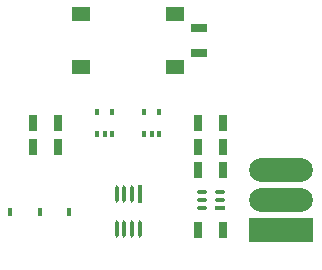
<source format=gtp>
%FSLAX33Y33*%
%MOMM*%
%AMRect-W670710-H1320710-RO1.000*
21,1,0.67071,1.32071,0.,0.,180*%
%AMRect-W670710-H1320710-RO1.500*
21,1,0.67071,1.32071,0.,0.,90*%
%AMRect-W900000-H335831-RO1.000*
21,1,0.9,0.335831,0.,0.,180*%
%AMRR-H335831-W900000-R167915-RO1.000*
21,1,0.56417,0.335831,0.,0.,180*
21,1,0.9,0.000001,0.,0.,180*
1,1,0.33583,0.282085,-0.0000005*
1,1,0.33583,-0.282085,-0.0000005*
1,1,0.33583,-0.282085,0.0000005*
1,1,0.33583,0.282085,0.0000005*%
%AMRect-W1458141-H335831-RO0.500*
21,1,1.458141,0.335831,0.,0.,270*%
%AMRR-H335831-W1458141-R167915-RO0.500*
21,1,1.122311,0.335831,0.,0.,270*
21,1,1.458141,0.000001,0.,0.,270*
1,1,0.33583,0.0000005,0.5611555*
1,1,0.33583,0.0000005,-0.5611555*
1,1,0.33583,-0.0000005,-0.5611555*
1,1,0.33583,-0.0000005,0.5611555*%
%AMRR-H5400000-W2000000-R1000000-RO1.500*
21,1,2.,3.4,0.,0.,90*
1,1,2.,-1.7,-0.*
1,1,2.,-1.7,0.*
1,1,2.,1.7,0.*
1,1,2.,1.7,-0.*%
%AMRect-W2000000-H5400000-RO1.500*
21,1,2.,5.4,0.,0.,90*%
%ADD10R,0.4X0.7*%
%ADD11Rect-W670710-H1320710-RO1.000*%
%ADD12Rect-W670710-H1320710-RO1.500*%
%ADD13R,1.55X1.3*%
%ADD14R,0.42X0.6*%
%ADD15R,0.67071X1.32071*%
%ADD16Rect-W900000-H335831-RO1.000*%
%ADD17RR-H335831-W900000-R167915-RO1.000*%
%ADD18Rect-W1458141-H335831-RO0.500*%
%ADD19RR-H335831-W1458141-R167915-RO0.500*%
%ADD20RR-H5400000-W2000000-R1000000-RO1.500*%
%ADD21Rect-W2000000-H5400000-RO1.500*%
D10*
%LNtop paste_traces*%
%LNtop paste component a909c6ee266bfeb9*%
G01*
X6000Y4000D03*
%LNtop paste component 8e14199b85c15e7f*%
D11*
X24050Y7500D03*
X21950Y7500D03*
%LNtop paste component 2293443dc90e4631*%
D12*
X22000Y17450D03*
X22000Y19550D03*
%LNtop paste component 65af363b57491b91*%
D11*
X24050Y2500D03*
X21950Y2500D03*
%LNtop paste component 34da612e08865cf2*%
X10050Y9500D03*
X7950Y9500D03*
%LNtop paste component f49fa6f0a038b7a0*%
D13*
X19975Y16250D03*
X12025Y16250D03*
X12025Y20750D03*
X19975Y20750D03*
%LNtop paste component f3851719753a70e0*%
D14*
X13350Y10550D03*
X14000Y10550D03*
X14650Y10550D03*
X14650Y12450D03*
X13350Y12450D03*
%LNtop paste component 58a3a8cc87aead12*%
D15*
X21950Y9500D03*
X24050Y9500D03*
%LNtop paste component 74906858fadfa986*%
D16*
X23785Y4350D03*
D17*
X23785Y5000D03*
X23785Y5650D03*
X22215Y5650D03*
X22215Y5000D03*
X22215Y4350D03*
%LNtop paste component 830ba2c345a829ca*%
D14*
X17350Y10550D03*
X18000Y10550D03*
X18650Y10550D03*
X18650Y12450D03*
X17350Y12450D03*
%LNtop paste component 6f40eadbb42f088b*%
D10*
X8500Y4000D03*
%LNtop paste component 3c6ee2f324f7420e*%
D18*
X16975Y5477D03*
D19*
X16325Y5477D03*
X15675Y5477D03*
X15025Y5477D03*
X15025Y2523D03*
X15675Y2523D03*
X16325Y2523D03*
X16975Y2523D03*
%LNtop paste component 1ab0cf254183e8e1*%
D20*
X28900Y5000D03*
D21*
X28900Y2500D03*
D20*
X28900Y7500D03*
%LNtop paste component c0b1ac0089f46285*%
D15*
X21950Y11500D03*
X24050Y11500D03*
%LNtop paste component 15cf22b6688a694f*%
D11*
X10050Y11500D03*
X7950Y11500D03*
%LNtop paste component aad800f2e99707d8*%
D10*
X11000Y4000D03*
M02*
</source>
